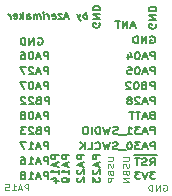
<source format=gbo>
G04 #@! TF.GenerationSoftware,KiCad,Pcbnew,(5.0.1-3-g963ef8bb5)*
G04 #@! TF.CreationDate,2019-02-27T23:12:09+01:00*
G04 #@! TF.ProjectId,TLM-v1,544C4D2D76312E6B696361645F706362,1.0*
G04 #@! TF.SameCoordinates,Original*
G04 #@! TF.FileFunction,Legend,Bot*
G04 #@! TF.FilePolarity,Positive*
%FSLAX46Y46*%
G04 Gerber Fmt 4.6, Leading zero omitted, Abs format (unit mm)*
G04 Created by KiCad (PCBNEW (5.0.1-3-g963ef8bb5)) date 2019 February 27, Wednesday 23:12:09*
%MOMM*%
%LPD*%
G01*
G04 APERTURE LIST*
%ADD10C,0.137500*%
%ADD11C,0.150000*%
%ADD12C,0.125000*%
G04 APERTURE END LIST*
D10*
X136210412Y-74368809D02*
X136141662Y-73818809D01*
X136167853Y-74028333D02*
X136102674Y-74002142D01*
X135978865Y-74002142D01*
X135920234Y-74028333D01*
X135892555Y-74054523D01*
X135868151Y-74106904D01*
X135887793Y-74264047D01*
X135925293Y-74316428D01*
X135959520Y-74342619D01*
X136024698Y-74368809D01*
X136148508Y-74368809D01*
X136207139Y-74342619D01*
X135638389Y-74002142D02*
X135529460Y-74368809D01*
X135328865Y-74002142D02*
X135529460Y-74368809D01*
X135607734Y-74499761D01*
X135641960Y-74525952D01*
X135707139Y-74552142D01*
X134643151Y-74211666D02*
X134333627Y-74211666D01*
X134724698Y-74368809D02*
X134439281Y-73818809D01*
X134291365Y-74368809D01*
X134090770Y-74002142D02*
X133750293Y-74002142D01*
X134136603Y-74368809D01*
X133796127Y-74368809D01*
X133297615Y-74342619D02*
X133362793Y-74368809D01*
X133486603Y-74368809D01*
X133545234Y-74342619D01*
X133569639Y-74290238D01*
X133543448Y-74080714D01*
X133505948Y-74028333D01*
X133440770Y-74002142D01*
X133316960Y-74002142D01*
X133258329Y-74028333D01*
X133233924Y-74080714D01*
X133240472Y-74133095D01*
X133556543Y-74185476D01*
X132991365Y-74368809D02*
X132945531Y-74002142D01*
X132958627Y-74106904D02*
X132921127Y-74054523D01*
X132886901Y-74028333D01*
X132821722Y-74002142D01*
X132759817Y-74002142D01*
X132588984Y-74368809D02*
X132543151Y-74002142D01*
X132520234Y-73818809D02*
X132554460Y-73845000D01*
X132526781Y-73871190D01*
X132492555Y-73845000D01*
X132520234Y-73818809D01*
X132526781Y-73871190D01*
X132279460Y-74368809D02*
X132233627Y-74002142D01*
X132240174Y-74054523D02*
X132205948Y-74028333D01*
X132140770Y-74002142D01*
X132047912Y-74002142D01*
X131989281Y-74028333D01*
X131964877Y-74080714D01*
X132000889Y-74368809D01*
X131964877Y-74080714D02*
X131927377Y-74028333D01*
X131862198Y-74002142D01*
X131769341Y-74002142D01*
X131710710Y-74028333D01*
X131686305Y-74080714D01*
X131722317Y-74368809D01*
X131134222Y-74368809D02*
X131098210Y-74080714D01*
X131122615Y-74028333D01*
X131181246Y-74002142D01*
X131305055Y-74002142D01*
X131370234Y-74028333D01*
X131130948Y-74342619D02*
X131196127Y-74368809D01*
X131350889Y-74368809D01*
X131409520Y-74342619D01*
X131433924Y-74290238D01*
X131427377Y-74237857D01*
X131389877Y-74185476D01*
X131324698Y-74159285D01*
X131169936Y-74159285D01*
X131104758Y-74133095D01*
X130824698Y-74368809D02*
X130755948Y-73818809D01*
X130736603Y-74159285D02*
X130577079Y-74368809D01*
X130531246Y-74002142D02*
X130805055Y-74211666D01*
X130047615Y-74342619D02*
X130112793Y-74368809D01*
X130236603Y-74368809D01*
X130295234Y-74342619D01*
X130319639Y-74290238D01*
X130293448Y-74080714D01*
X130255948Y-74028333D01*
X130190770Y-74002142D01*
X130066960Y-74002142D01*
X130008329Y-74028333D01*
X129983924Y-74080714D01*
X129990472Y-74133095D01*
X130306543Y-74185476D01*
X129741365Y-74368809D02*
X129695531Y-74002142D01*
X129708627Y-74106904D02*
X129671127Y-74054523D01*
X129636901Y-74028333D01*
X129571722Y-74002142D01*
X129509817Y-74002142D01*
D11*
X133799228Y-85895800D02*
X133199228Y-85895800D01*
X133199228Y-86162466D01*
X133227800Y-86229133D01*
X133256371Y-86262466D01*
X133313514Y-86295800D01*
X133399228Y-86295800D01*
X133456371Y-86262466D01*
X133484942Y-86229133D01*
X133513514Y-86162466D01*
X133513514Y-85895800D01*
X133627800Y-86562466D02*
X133627800Y-86895800D01*
X133799228Y-86495800D02*
X133199228Y-86729133D01*
X133799228Y-86962466D01*
X133799228Y-87562466D02*
X133799228Y-87162466D01*
X133799228Y-87362466D02*
X133199228Y-87362466D01*
X133284942Y-87295800D01*
X133342085Y-87229133D01*
X133370657Y-87162466D01*
X133399228Y-88162466D02*
X133799228Y-88162466D01*
X133170657Y-87995800D02*
X133599228Y-87829133D01*
X133599228Y-88262466D01*
D12*
X131255714Y-88916190D02*
X131255714Y-88416190D01*
X131027142Y-88416190D01*
X130970000Y-88440000D01*
X130941428Y-88463809D01*
X130912857Y-88511428D01*
X130912857Y-88582857D01*
X130941428Y-88630476D01*
X130970000Y-88654285D01*
X131027142Y-88678095D01*
X131255714Y-88678095D01*
X130684285Y-88773333D02*
X130398571Y-88773333D01*
X130741428Y-88916190D02*
X130541428Y-88416190D01*
X130341428Y-88916190D01*
X129827142Y-88916190D02*
X130170000Y-88916190D01*
X129998571Y-88916190D02*
X129998571Y-88416190D01*
X130055714Y-88487619D01*
X130112857Y-88535238D01*
X130170000Y-88559047D01*
X129284285Y-88416190D02*
X129570000Y-88416190D01*
X129598571Y-88654285D01*
X129570000Y-88630476D01*
X129512857Y-88606666D01*
X129370000Y-88606666D01*
X129312857Y-88630476D01*
X129284285Y-88654285D01*
X129255714Y-88701904D01*
X129255714Y-88820952D01*
X129284285Y-88868571D01*
X129312857Y-88892380D01*
X129370000Y-88916190D01*
X129512857Y-88916190D01*
X129570000Y-88892380D01*
X129598571Y-88868571D01*
D11*
X134713628Y-85895800D02*
X134113628Y-85895800D01*
X134113628Y-86162466D01*
X134142200Y-86229133D01*
X134170771Y-86262466D01*
X134227914Y-86295800D01*
X134313628Y-86295800D01*
X134370771Y-86262466D01*
X134399342Y-86229133D01*
X134427914Y-86162466D01*
X134427914Y-85895800D01*
X134542200Y-86562466D02*
X134542200Y-86895800D01*
X134713628Y-86495800D02*
X134113628Y-86729133D01*
X134713628Y-86962466D01*
X134713628Y-87562466D02*
X134713628Y-87162466D01*
X134713628Y-87362466D02*
X134113628Y-87362466D01*
X134199342Y-87295800D01*
X134256485Y-87229133D01*
X134285057Y-87162466D01*
X134713628Y-87895800D02*
X134713628Y-88029133D01*
X134685057Y-88095800D01*
X134656485Y-88129133D01*
X134570771Y-88195800D01*
X134456485Y-88229133D01*
X134227914Y-88229133D01*
X134170771Y-88195800D01*
X134142200Y-88162466D01*
X134113628Y-88095800D01*
X134113628Y-87962466D01*
X134142200Y-87895800D01*
X134170771Y-87862466D01*
X134227914Y-87829133D01*
X134370771Y-87829133D01*
X134427914Y-87862466D01*
X134456485Y-87895800D01*
X134485057Y-87962466D01*
X134485057Y-88095800D01*
X134456485Y-88162466D01*
X134427914Y-88195800D01*
X134370771Y-88229133D01*
X135983628Y-85895800D02*
X135383628Y-85895800D01*
X135383628Y-86162466D01*
X135412200Y-86229133D01*
X135440771Y-86262466D01*
X135497914Y-86295800D01*
X135583628Y-86295800D01*
X135640771Y-86262466D01*
X135669342Y-86229133D01*
X135697914Y-86162466D01*
X135697914Y-85895800D01*
X135812200Y-86562466D02*
X135812200Y-86895800D01*
X135983628Y-86495800D02*
X135383628Y-86729133D01*
X135983628Y-86962466D01*
X135440771Y-87162466D02*
X135412200Y-87195800D01*
X135383628Y-87262466D01*
X135383628Y-87429133D01*
X135412200Y-87495800D01*
X135440771Y-87529133D01*
X135497914Y-87562466D01*
X135555057Y-87562466D01*
X135640771Y-87529133D01*
X135983628Y-87129133D01*
X135983628Y-87562466D01*
X135440771Y-87829133D02*
X135412200Y-87862466D01*
X135383628Y-87929133D01*
X135383628Y-88095800D01*
X135412200Y-88162466D01*
X135440771Y-88195800D01*
X135497914Y-88229133D01*
X135555057Y-88229133D01*
X135640771Y-88195800D01*
X135983628Y-87795800D01*
X135983628Y-88229133D01*
X137279028Y-85895800D02*
X136679028Y-85895800D01*
X136679028Y-86162466D01*
X136707600Y-86229133D01*
X136736171Y-86262466D01*
X136793314Y-86295800D01*
X136879028Y-86295800D01*
X136936171Y-86262466D01*
X136964742Y-86229133D01*
X136993314Y-86162466D01*
X136993314Y-85895800D01*
X137107600Y-86562466D02*
X137107600Y-86895800D01*
X137279028Y-86495800D02*
X136679028Y-86729133D01*
X137279028Y-86962466D01*
X136736171Y-87162466D02*
X136707600Y-87195800D01*
X136679028Y-87262466D01*
X136679028Y-87429133D01*
X136707600Y-87495800D01*
X136736171Y-87529133D01*
X136793314Y-87562466D01*
X136850457Y-87562466D01*
X136936171Y-87529133D01*
X137279028Y-87129133D01*
X137279028Y-87562466D01*
X136679028Y-87795800D02*
X136679028Y-88229133D01*
X136907600Y-87995800D01*
X136907600Y-88095800D01*
X136936171Y-88162466D01*
X136964742Y-88195800D01*
X137021885Y-88229133D01*
X137164742Y-88229133D01*
X137221885Y-88195800D01*
X137250457Y-88162466D01*
X137279028Y-88095800D01*
X137279028Y-87895800D01*
X137250457Y-87829133D01*
X137221885Y-87795800D01*
D12*
X137952990Y-86064857D02*
X138357752Y-86064857D01*
X138405371Y-86093428D01*
X138429180Y-86122000D01*
X138452990Y-86179142D01*
X138452990Y-86293428D01*
X138429180Y-86350571D01*
X138405371Y-86379142D01*
X138357752Y-86407714D01*
X137952990Y-86407714D01*
X138429180Y-86664857D02*
X138452990Y-86750571D01*
X138452990Y-86893428D01*
X138429180Y-86950571D01*
X138405371Y-86979142D01*
X138357752Y-87007714D01*
X138310133Y-87007714D01*
X138262514Y-86979142D01*
X138238704Y-86950571D01*
X138214895Y-86893428D01*
X138191085Y-86779142D01*
X138167276Y-86722000D01*
X138143466Y-86693428D01*
X138095847Y-86664857D01*
X138048228Y-86664857D01*
X138000609Y-86693428D01*
X137976800Y-86722000D01*
X137952990Y-86779142D01*
X137952990Y-86922000D01*
X137976800Y-87007714D01*
X138191085Y-87464857D02*
X138214895Y-87550571D01*
X138238704Y-87579142D01*
X138286323Y-87607714D01*
X138357752Y-87607714D01*
X138405371Y-87579142D01*
X138429180Y-87550571D01*
X138452990Y-87493428D01*
X138452990Y-87264857D01*
X137952990Y-87264857D01*
X137952990Y-87464857D01*
X137976800Y-87522000D01*
X138000609Y-87550571D01*
X138048228Y-87579142D01*
X138095847Y-87579142D01*
X138143466Y-87550571D01*
X138167276Y-87522000D01*
X138191085Y-87464857D01*
X138191085Y-87264857D01*
X138452990Y-87864857D02*
X137952990Y-87864857D01*
X137952990Y-88093428D01*
X137976800Y-88150571D01*
X138000609Y-88179142D01*
X138048228Y-88207714D01*
X138119657Y-88207714D01*
X138167276Y-88179142D01*
X138191085Y-88150571D01*
X138214895Y-88093428D01*
X138214895Y-87864857D01*
X139273790Y-86050571D02*
X139678552Y-86050571D01*
X139726171Y-86079142D01*
X139749980Y-86107714D01*
X139773790Y-86164857D01*
X139773790Y-86279142D01*
X139749980Y-86336285D01*
X139726171Y-86364857D01*
X139678552Y-86393428D01*
X139273790Y-86393428D01*
X139749980Y-86650571D02*
X139773790Y-86736285D01*
X139773790Y-86879142D01*
X139749980Y-86936285D01*
X139726171Y-86964857D01*
X139678552Y-86993428D01*
X139630933Y-86993428D01*
X139583314Y-86964857D01*
X139559504Y-86936285D01*
X139535695Y-86879142D01*
X139511885Y-86764857D01*
X139488076Y-86707714D01*
X139464266Y-86679142D01*
X139416647Y-86650571D01*
X139369028Y-86650571D01*
X139321409Y-86679142D01*
X139297600Y-86707714D01*
X139273790Y-86764857D01*
X139273790Y-86907714D01*
X139297600Y-86993428D01*
X139511885Y-87450571D02*
X139535695Y-87536285D01*
X139559504Y-87564857D01*
X139607123Y-87593428D01*
X139678552Y-87593428D01*
X139726171Y-87564857D01*
X139749980Y-87536285D01*
X139773790Y-87479142D01*
X139773790Y-87250571D01*
X139273790Y-87250571D01*
X139273790Y-87450571D01*
X139297600Y-87507714D01*
X139321409Y-87536285D01*
X139369028Y-87564857D01*
X139416647Y-87564857D01*
X139464266Y-87536285D01*
X139488076Y-87507714D01*
X139511885Y-87450571D01*
X139511885Y-87250571D01*
X139773790Y-87850571D02*
X139273790Y-87850571D01*
X139773790Y-88193428D01*
X139273790Y-88193428D01*
D11*
X137256800Y-74752133D02*
X137285371Y-74818800D01*
X137285371Y-74918800D01*
X137256800Y-75018800D01*
X137199657Y-75085466D01*
X137142514Y-75118800D01*
X137028228Y-75152133D01*
X136942514Y-75152133D01*
X136828228Y-75118800D01*
X136771085Y-75085466D01*
X136713942Y-75018800D01*
X136685371Y-74918800D01*
X136685371Y-74852133D01*
X136713942Y-74752133D01*
X136742514Y-74718800D01*
X136942514Y-74718800D01*
X136942514Y-74852133D01*
X136685371Y-74418800D02*
X137285371Y-74418800D01*
X136685371Y-74018800D01*
X137285371Y-74018800D01*
X136685371Y-73685466D02*
X137285371Y-73685466D01*
X137285371Y-73518800D01*
X137256800Y-73418800D01*
X137199657Y-73352133D01*
X137142514Y-73318800D01*
X137028228Y-73285466D01*
X136942514Y-73285466D01*
X136828228Y-73318800D01*
X136771085Y-73352133D01*
X136713942Y-73418800D01*
X136685371Y-73518800D01*
X136685371Y-73685466D01*
X142032000Y-74828333D02*
X142060571Y-74895000D01*
X142060571Y-74995000D01*
X142032000Y-75095000D01*
X141974857Y-75161666D01*
X141917714Y-75195000D01*
X141803428Y-75228333D01*
X141717714Y-75228333D01*
X141603428Y-75195000D01*
X141546285Y-75161666D01*
X141489142Y-75095000D01*
X141460571Y-74995000D01*
X141460571Y-74928333D01*
X141489142Y-74828333D01*
X141517714Y-74795000D01*
X141717714Y-74795000D01*
X141717714Y-74928333D01*
X141460571Y-74495000D02*
X142060571Y-74495000D01*
X141460571Y-74095000D01*
X142060571Y-74095000D01*
X141460571Y-73761666D02*
X142060571Y-73761666D01*
X142060571Y-73595000D01*
X142032000Y-73495000D01*
X141974857Y-73428333D01*
X141917714Y-73395000D01*
X141803428Y-73361666D01*
X141717714Y-73361666D01*
X141603428Y-73395000D01*
X141546285Y-73428333D01*
X141489142Y-73495000D01*
X141460571Y-73595000D01*
X141460571Y-73761666D01*
D12*
X142657142Y-88460000D02*
X142714285Y-88436190D01*
X142800000Y-88436190D01*
X142885714Y-88460000D01*
X142942857Y-88507619D01*
X142971428Y-88555238D01*
X143000000Y-88650476D01*
X143000000Y-88721904D01*
X142971428Y-88817142D01*
X142942857Y-88864761D01*
X142885714Y-88912380D01*
X142800000Y-88936190D01*
X142742857Y-88936190D01*
X142657142Y-88912380D01*
X142628571Y-88888571D01*
X142628571Y-88721904D01*
X142742857Y-88721904D01*
X142371428Y-88936190D02*
X142371428Y-88436190D01*
X142028571Y-88936190D01*
X142028571Y-88436190D01*
X141742857Y-88936190D02*
X141742857Y-88436190D01*
X141600000Y-88436190D01*
X141514285Y-88460000D01*
X141457142Y-88507619D01*
X141428571Y-88555238D01*
X141400000Y-88650476D01*
X141400000Y-88721904D01*
X141428571Y-88817142D01*
X141457142Y-88864761D01*
X141514285Y-88912380D01*
X141600000Y-88936190D01*
X141742857Y-88936190D01*
D11*
X140271400Y-75004600D02*
X139938066Y-75004600D01*
X140338066Y-75176028D02*
X140104733Y-74576028D01*
X139871400Y-75176028D01*
X139638066Y-75176028D02*
X139638066Y-74576028D01*
X139238066Y-75176028D01*
X139238066Y-74576028D01*
X139004733Y-74576028D02*
X138604733Y-74576028D01*
X138804733Y-75176028D02*
X138804733Y-74576028D01*
X142008066Y-87331428D02*
X141574733Y-87331428D01*
X141808066Y-87560000D01*
X141708066Y-87560000D01*
X141641400Y-87588571D01*
X141608066Y-87617142D01*
X141574733Y-87674285D01*
X141574733Y-87817142D01*
X141608066Y-87874285D01*
X141641400Y-87902857D01*
X141708066Y-87931428D01*
X141908066Y-87931428D01*
X141974733Y-87902857D01*
X142008066Y-87874285D01*
X141374733Y-87331428D02*
X141141400Y-87931428D01*
X140908066Y-87331428D01*
X140741400Y-87331428D02*
X140308066Y-87331428D01*
X140541400Y-87560000D01*
X140441400Y-87560000D01*
X140374733Y-87588571D01*
X140341400Y-87617142D01*
X140308066Y-87674285D01*
X140308066Y-87817142D01*
X140341400Y-87874285D01*
X140374733Y-87902857D01*
X140441400Y-87931428D01*
X140641400Y-87931428D01*
X140708066Y-87902857D01*
X140741400Y-87874285D01*
X142108067Y-85893000D02*
X141408067Y-85893000D01*
X141541400Y-86791428D02*
X141774733Y-86505714D01*
X141941400Y-86791428D02*
X141941400Y-86191428D01*
X141674733Y-86191428D01*
X141608067Y-86220000D01*
X141574733Y-86248571D01*
X141541400Y-86305714D01*
X141541400Y-86391428D01*
X141574733Y-86448571D01*
X141608067Y-86477142D01*
X141674733Y-86505714D01*
X141941400Y-86505714D01*
X141408067Y-85893000D02*
X140741400Y-85893000D01*
X141274733Y-86762857D02*
X141174733Y-86791428D01*
X141008067Y-86791428D01*
X140941400Y-86762857D01*
X140908067Y-86734285D01*
X140874733Y-86677142D01*
X140874733Y-86620000D01*
X140908067Y-86562857D01*
X140941400Y-86534285D01*
X141008067Y-86505714D01*
X141141400Y-86477142D01*
X141208067Y-86448571D01*
X141241400Y-86420000D01*
X141274733Y-86362857D01*
X141274733Y-86305714D01*
X141241400Y-86248571D01*
X141208067Y-86220000D01*
X141141400Y-86191428D01*
X140974733Y-86191428D01*
X140874733Y-86220000D01*
X140741400Y-85893000D02*
X140208067Y-85893000D01*
X140674733Y-86191428D02*
X140274733Y-86191428D01*
X140474733Y-86791428D02*
X140474733Y-86191428D01*
X141941400Y-85441428D02*
X141941400Y-84841428D01*
X141674733Y-84841428D01*
X141608067Y-84870000D01*
X141574733Y-84898571D01*
X141541400Y-84955714D01*
X141541400Y-85041428D01*
X141574733Y-85098571D01*
X141608067Y-85127142D01*
X141674733Y-85155714D01*
X141941400Y-85155714D01*
X141274733Y-85270000D02*
X140941400Y-85270000D01*
X141341400Y-85441428D02*
X141108067Y-84841428D01*
X140874733Y-85441428D01*
X140708067Y-84841428D02*
X140274733Y-84841428D01*
X140508067Y-85070000D01*
X140408067Y-85070000D01*
X140341400Y-85098571D01*
X140308067Y-85127142D01*
X140274733Y-85184285D01*
X140274733Y-85327142D01*
X140308067Y-85384285D01*
X140341400Y-85412857D01*
X140408067Y-85441428D01*
X140608067Y-85441428D01*
X140674733Y-85412857D01*
X140708067Y-85384285D01*
X139841400Y-84841428D02*
X139774733Y-84841428D01*
X139708067Y-84870000D01*
X139674733Y-84898571D01*
X139641400Y-84955714D01*
X139608067Y-85070000D01*
X139608067Y-85212857D01*
X139641400Y-85327142D01*
X139674733Y-85384285D01*
X139708067Y-85412857D01*
X139774733Y-85441428D01*
X139841400Y-85441428D01*
X139908067Y-85412857D01*
X139941400Y-85384285D01*
X139974733Y-85327142D01*
X140008067Y-85212857D01*
X140008067Y-85070000D01*
X139974733Y-84955714D01*
X139941400Y-84898571D01*
X139908067Y-84870000D01*
X139841400Y-84841428D01*
X139474733Y-85498571D02*
X138941400Y-85498571D01*
X138808067Y-85412857D02*
X138708067Y-85441428D01*
X138541400Y-85441428D01*
X138474733Y-85412857D01*
X138441400Y-85384285D01*
X138408067Y-85327142D01*
X138408067Y-85270000D01*
X138441400Y-85212857D01*
X138474733Y-85184285D01*
X138541400Y-85155714D01*
X138674733Y-85127142D01*
X138741400Y-85098571D01*
X138774733Y-85070000D01*
X138808067Y-85012857D01*
X138808067Y-84955714D01*
X138774733Y-84898571D01*
X138741400Y-84870000D01*
X138674733Y-84841428D01*
X138508067Y-84841428D01*
X138408067Y-84870000D01*
X138174733Y-84841428D02*
X138008067Y-85441428D01*
X137874733Y-85012857D01*
X137741400Y-85441428D01*
X137574733Y-84841428D01*
X136908067Y-85384285D02*
X136941400Y-85412857D01*
X137041400Y-85441428D01*
X137108067Y-85441428D01*
X137208067Y-85412857D01*
X137274733Y-85355714D01*
X137308067Y-85298571D01*
X137341400Y-85184285D01*
X137341400Y-85098571D01*
X137308067Y-84984285D01*
X137274733Y-84927142D01*
X137208067Y-84870000D01*
X137108067Y-84841428D01*
X137041400Y-84841428D01*
X136941400Y-84870000D01*
X136908067Y-84898571D01*
X136274733Y-85441428D02*
X136608067Y-85441428D01*
X136608067Y-84841428D01*
X136041400Y-85441428D02*
X136041400Y-84841428D01*
X135641400Y-85441428D02*
X135941400Y-85098571D01*
X135641400Y-84841428D02*
X136041400Y-85184285D01*
X141941400Y-84131428D02*
X141941400Y-83531428D01*
X141674733Y-83531428D01*
X141608067Y-83560000D01*
X141574733Y-83588571D01*
X141541400Y-83645714D01*
X141541400Y-83731428D01*
X141574733Y-83788571D01*
X141608067Y-83817142D01*
X141674733Y-83845714D01*
X141941400Y-83845714D01*
X141274733Y-83960000D02*
X140941400Y-83960000D01*
X141341400Y-84131428D02*
X141108067Y-83531428D01*
X140874733Y-84131428D01*
X140708067Y-83531428D02*
X140274733Y-83531428D01*
X140508067Y-83760000D01*
X140408067Y-83760000D01*
X140341400Y-83788571D01*
X140308067Y-83817142D01*
X140274733Y-83874285D01*
X140274733Y-84017142D01*
X140308067Y-84074285D01*
X140341400Y-84102857D01*
X140408067Y-84131428D01*
X140608067Y-84131428D01*
X140674733Y-84102857D01*
X140708067Y-84074285D01*
X139608067Y-84131428D02*
X140008067Y-84131428D01*
X139808067Y-84131428D02*
X139808067Y-83531428D01*
X139874733Y-83617142D01*
X139941400Y-83674285D01*
X140008067Y-83702857D01*
X139474733Y-84188571D02*
X138941400Y-84188571D01*
X138808067Y-84102857D02*
X138708067Y-84131428D01*
X138541400Y-84131428D01*
X138474733Y-84102857D01*
X138441400Y-84074285D01*
X138408067Y-84017142D01*
X138408067Y-83960000D01*
X138441400Y-83902857D01*
X138474733Y-83874285D01*
X138541400Y-83845714D01*
X138674733Y-83817142D01*
X138741400Y-83788571D01*
X138774733Y-83760000D01*
X138808067Y-83702857D01*
X138808067Y-83645714D01*
X138774733Y-83588571D01*
X138741400Y-83560000D01*
X138674733Y-83531428D01*
X138508067Y-83531428D01*
X138408067Y-83560000D01*
X138174733Y-83531428D02*
X138008067Y-84131428D01*
X137874733Y-83702857D01*
X137741400Y-84131428D01*
X137574733Y-83531428D01*
X137308067Y-84131428D02*
X137308067Y-83531428D01*
X137141400Y-83531428D01*
X137041400Y-83560000D01*
X136974733Y-83617142D01*
X136941400Y-83674285D01*
X136908067Y-83788571D01*
X136908067Y-83874285D01*
X136941400Y-83988571D01*
X136974733Y-84045714D01*
X137041400Y-84102857D01*
X137141400Y-84131428D01*
X137308067Y-84131428D01*
X136608067Y-84131428D02*
X136608067Y-83531428D01*
X136141400Y-83531428D02*
X136008067Y-83531428D01*
X135941400Y-83560000D01*
X135874733Y-83617142D01*
X135841400Y-83731428D01*
X135841400Y-83931428D01*
X135874733Y-84045714D01*
X135941400Y-84102857D01*
X136008067Y-84131428D01*
X136141400Y-84131428D01*
X136208067Y-84102857D01*
X136274733Y-84045714D01*
X136308067Y-83931428D01*
X136308067Y-83731428D01*
X136274733Y-83617142D01*
X136208067Y-83560000D01*
X136141400Y-83531428D01*
X141708066Y-82537142D02*
X141608066Y-82565714D01*
X141574733Y-82594285D01*
X141541399Y-82651428D01*
X141541399Y-82737142D01*
X141574733Y-82794285D01*
X141608066Y-82822857D01*
X141674733Y-82851428D01*
X141941399Y-82851428D01*
X141941399Y-82251428D01*
X141708066Y-82251428D01*
X141641399Y-82280000D01*
X141608066Y-82308571D01*
X141574733Y-82365714D01*
X141574733Y-82422857D01*
X141608066Y-82480000D01*
X141641399Y-82508571D01*
X141708066Y-82537142D01*
X141941399Y-82537142D01*
X141274733Y-82680000D02*
X140941399Y-82680000D01*
X141341399Y-82851428D02*
X141108066Y-82251428D01*
X140874733Y-82851428D01*
X140741399Y-82251428D02*
X140341399Y-82251428D01*
X140541399Y-82851428D02*
X140541399Y-82251428D01*
X140208066Y-82251428D02*
X139808066Y-82251428D01*
X140008066Y-82851428D02*
X140008066Y-82251428D01*
X141941400Y-81601428D02*
X141941400Y-81001428D01*
X141674733Y-81001428D01*
X141608066Y-81030000D01*
X141574733Y-81058571D01*
X141541400Y-81115714D01*
X141541400Y-81201428D01*
X141574733Y-81258571D01*
X141608066Y-81287142D01*
X141674733Y-81315714D01*
X141941400Y-81315714D01*
X141274733Y-81430000D02*
X140941400Y-81430000D01*
X141341400Y-81601428D02*
X141108066Y-81001428D01*
X140874733Y-81601428D01*
X140674733Y-81058571D02*
X140641400Y-81030000D01*
X140574733Y-81001428D01*
X140408066Y-81001428D01*
X140341400Y-81030000D01*
X140308066Y-81058571D01*
X140274733Y-81115714D01*
X140274733Y-81172857D01*
X140308066Y-81258571D01*
X140708066Y-81601428D01*
X140274733Y-81601428D01*
X139874733Y-81258571D02*
X139941400Y-81230000D01*
X139974733Y-81201428D01*
X140008066Y-81144285D01*
X140008066Y-81115714D01*
X139974733Y-81058571D01*
X139941400Y-81030000D01*
X139874733Y-81001428D01*
X139741400Y-81001428D01*
X139674733Y-81030000D01*
X139641400Y-81058571D01*
X139608066Y-81115714D01*
X139608066Y-81144285D01*
X139641400Y-81201428D01*
X139674733Y-81230000D01*
X139741400Y-81258571D01*
X139874733Y-81258571D01*
X139941400Y-81287142D01*
X139974733Y-81315714D01*
X140008066Y-81372857D01*
X140008066Y-81487142D01*
X139974733Y-81544285D01*
X139941400Y-81572857D01*
X139874733Y-81601428D01*
X139741400Y-81601428D01*
X139674733Y-81572857D01*
X139641400Y-81544285D01*
X139608066Y-81487142D01*
X139608066Y-81372857D01*
X139641400Y-81315714D01*
X139674733Y-81287142D01*
X139741400Y-81258571D01*
X141941400Y-80331428D02*
X141941400Y-79731428D01*
X141674733Y-79731428D01*
X141608066Y-79760000D01*
X141574733Y-79788571D01*
X141541400Y-79845714D01*
X141541400Y-79931428D01*
X141574733Y-79988571D01*
X141608066Y-80017142D01*
X141674733Y-80045714D01*
X141941400Y-80045714D01*
X141008066Y-80017142D02*
X140908066Y-80045714D01*
X140874733Y-80074285D01*
X140841400Y-80131428D01*
X140841400Y-80217142D01*
X140874733Y-80274285D01*
X140908066Y-80302857D01*
X140974733Y-80331428D01*
X141241400Y-80331428D01*
X141241400Y-79731428D01*
X141008066Y-79731428D01*
X140941400Y-79760000D01*
X140908066Y-79788571D01*
X140874733Y-79845714D01*
X140874733Y-79902857D01*
X140908066Y-79960000D01*
X140941400Y-79988571D01*
X141008066Y-80017142D01*
X141241400Y-80017142D01*
X140408066Y-79731428D02*
X140341400Y-79731428D01*
X140274733Y-79760000D01*
X140241400Y-79788571D01*
X140208066Y-79845714D01*
X140174733Y-79960000D01*
X140174733Y-80102857D01*
X140208066Y-80217142D01*
X140241400Y-80274285D01*
X140274733Y-80302857D01*
X140341400Y-80331428D01*
X140408066Y-80331428D01*
X140474733Y-80302857D01*
X140508066Y-80274285D01*
X140541400Y-80217142D01*
X140574733Y-80102857D01*
X140574733Y-79960000D01*
X140541400Y-79845714D01*
X140508066Y-79788571D01*
X140474733Y-79760000D01*
X140408066Y-79731428D01*
X139908066Y-79788571D02*
X139874733Y-79760000D01*
X139808066Y-79731428D01*
X139641400Y-79731428D01*
X139574733Y-79760000D01*
X139541400Y-79788571D01*
X139508066Y-79845714D01*
X139508066Y-79902857D01*
X139541400Y-79988571D01*
X139941400Y-80331428D01*
X139508066Y-80331428D01*
X141941400Y-79061428D02*
X141941400Y-78461428D01*
X141674733Y-78461428D01*
X141608066Y-78490000D01*
X141574733Y-78518571D01*
X141541400Y-78575714D01*
X141541400Y-78661428D01*
X141574733Y-78718571D01*
X141608066Y-78747142D01*
X141674733Y-78775714D01*
X141941400Y-78775714D01*
X141274733Y-78890000D02*
X140941400Y-78890000D01*
X141341400Y-79061428D02*
X141108066Y-78461428D01*
X140874733Y-79061428D01*
X140508066Y-78461428D02*
X140441400Y-78461428D01*
X140374733Y-78490000D01*
X140341400Y-78518571D01*
X140308066Y-78575714D01*
X140274733Y-78690000D01*
X140274733Y-78832857D01*
X140308066Y-78947142D01*
X140341400Y-79004285D01*
X140374733Y-79032857D01*
X140441400Y-79061428D01*
X140508066Y-79061428D01*
X140574733Y-79032857D01*
X140608066Y-79004285D01*
X140641400Y-78947142D01*
X140674733Y-78832857D01*
X140674733Y-78690000D01*
X140641400Y-78575714D01*
X140608066Y-78518571D01*
X140574733Y-78490000D01*
X140508066Y-78461428D01*
X139641400Y-78461428D02*
X139974733Y-78461428D01*
X140008066Y-78747142D01*
X139974733Y-78718571D01*
X139908066Y-78690000D01*
X139741400Y-78690000D01*
X139674733Y-78718571D01*
X139641400Y-78747142D01*
X139608066Y-78804285D01*
X139608066Y-78947142D01*
X139641400Y-79004285D01*
X139674733Y-79032857D01*
X139741400Y-79061428D01*
X139908066Y-79061428D01*
X139974733Y-79032857D01*
X140008066Y-79004285D01*
X141941400Y-77791428D02*
X141941400Y-77191428D01*
X141674733Y-77191428D01*
X141608066Y-77220000D01*
X141574733Y-77248571D01*
X141541400Y-77305714D01*
X141541400Y-77391428D01*
X141574733Y-77448571D01*
X141608066Y-77477142D01*
X141674733Y-77505714D01*
X141941400Y-77505714D01*
X141274733Y-77620000D02*
X140941400Y-77620000D01*
X141341400Y-77791428D02*
X141108066Y-77191428D01*
X140874733Y-77791428D01*
X140508066Y-77191428D02*
X140441400Y-77191428D01*
X140374733Y-77220000D01*
X140341400Y-77248571D01*
X140308066Y-77305714D01*
X140274733Y-77420000D01*
X140274733Y-77562857D01*
X140308066Y-77677142D01*
X140341400Y-77734285D01*
X140374733Y-77762857D01*
X140441400Y-77791428D01*
X140508066Y-77791428D01*
X140574733Y-77762857D01*
X140608066Y-77734285D01*
X140641400Y-77677142D01*
X140674733Y-77562857D01*
X140674733Y-77420000D01*
X140641400Y-77305714D01*
X140608066Y-77248571D01*
X140574733Y-77220000D01*
X140508066Y-77191428D01*
X139674733Y-77391428D02*
X139674733Y-77791428D01*
X139841400Y-77162857D02*
X140008066Y-77591428D01*
X139574733Y-77591428D01*
X141574733Y-75890000D02*
X141641400Y-75861428D01*
X141741400Y-75861428D01*
X141841400Y-75890000D01*
X141908066Y-75947142D01*
X141941400Y-76004285D01*
X141974733Y-76118571D01*
X141974733Y-76204285D01*
X141941400Y-76318571D01*
X141908066Y-76375714D01*
X141841400Y-76432857D01*
X141741400Y-76461428D01*
X141674733Y-76461428D01*
X141574733Y-76432857D01*
X141541400Y-76404285D01*
X141541400Y-76204285D01*
X141674733Y-76204285D01*
X141241400Y-76461428D02*
X141241400Y-75861428D01*
X140841400Y-76461428D01*
X140841400Y-75861428D01*
X140508066Y-76461428D02*
X140508066Y-75861428D01*
X140341400Y-75861428D01*
X140241400Y-75890000D01*
X140174733Y-75947142D01*
X140141400Y-76004285D01*
X140108066Y-76118571D01*
X140108066Y-76204285D01*
X140141400Y-76318571D01*
X140174733Y-76375714D01*
X140241400Y-76432857D01*
X140341400Y-76461428D01*
X140508066Y-76461428D01*
X132931600Y-87961428D02*
X132931600Y-87361428D01*
X132664933Y-87361428D01*
X132598266Y-87390000D01*
X132564933Y-87418571D01*
X132531600Y-87475714D01*
X132531600Y-87561428D01*
X132564933Y-87618571D01*
X132598266Y-87647142D01*
X132664933Y-87675714D01*
X132931600Y-87675714D01*
X132264933Y-87790000D02*
X131931600Y-87790000D01*
X132331600Y-87961428D02*
X132098266Y-87361428D01*
X131864933Y-87961428D01*
X131264933Y-87961428D02*
X131664933Y-87961428D01*
X131464933Y-87961428D02*
X131464933Y-87361428D01*
X131531600Y-87447142D01*
X131598266Y-87504285D01*
X131664933Y-87532857D01*
X130864933Y-87618571D02*
X130931600Y-87590000D01*
X130964933Y-87561428D01*
X130998266Y-87504285D01*
X130998266Y-87475714D01*
X130964933Y-87418571D01*
X130931600Y-87390000D01*
X130864933Y-87361428D01*
X130731600Y-87361428D01*
X130664933Y-87390000D01*
X130631600Y-87418571D01*
X130598266Y-87475714D01*
X130598266Y-87504285D01*
X130631600Y-87561428D01*
X130664933Y-87590000D01*
X130731600Y-87618571D01*
X130864933Y-87618571D01*
X130931600Y-87647142D01*
X130964933Y-87675714D01*
X130998266Y-87732857D01*
X130998266Y-87847142D01*
X130964933Y-87904285D01*
X130931600Y-87932857D01*
X130864933Y-87961428D01*
X130731600Y-87961428D01*
X130664933Y-87932857D01*
X130631600Y-87904285D01*
X130598266Y-87847142D01*
X130598266Y-87732857D01*
X130631600Y-87675714D01*
X130664933Y-87647142D01*
X130731600Y-87618571D01*
X132931600Y-86691428D02*
X132931600Y-86091428D01*
X132664933Y-86091428D01*
X132598266Y-86120000D01*
X132564933Y-86148571D01*
X132531600Y-86205714D01*
X132531600Y-86291428D01*
X132564933Y-86348571D01*
X132598266Y-86377142D01*
X132664933Y-86405714D01*
X132931600Y-86405714D01*
X132264933Y-86520000D02*
X131931600Y-86520000D01*
X132331600Y-86691428D02*
X132098266Y-86091428D01*
X131864933Y-86691428D01*
X131264933Y-86691428D02*
X131664933Y-86691428D01*
X131464933Y-86691428D02*
X131464933Y-86091428D01*
X131531600Y-86177142D01*
X131598266Y-86234285D01*
X131664933Y-86262857D01*
X130664933Y-86091428D02*
X130798266Y-86091428D01*
X130864933Y-86120000D01*
X130898266Y-86148571D01*
X130964933Y-86234285D01*
X130998266Y-86348571D01*
X130998266Y-86577142D01*
X130964933Y-86634285D01*
X130931600Y-86662857D01*
X130864933Y-86691428D01*
X130731600Y-86691428D01*
X130664933Y-86662857D01*
X130631600Y-86634285D01*
X130598266Y-86577142D01*
X130598266Y-86434285D01*
X130631600Y-86377142D01*
X130664933Y-86348571D01*
X130731600Y-86320000D01*
X130864933Y-86320000D01*
X130931600Y-86348571D01*
X130964933Y-86377142D01*
X130998266Y-86434285D01*
X132931600Y-85421428D02*
X132931600Y-84821428D01*
X132664933Y-84821428D01*
X132598266Y-84850000D01*
X132564933Y-84878571D01*
X132531600Y-84935714D01*
X132531600Y-85021428D01*
X132564933Y-85078571D01*
X132598266Y-85107142D01*
X132664933Y-85135714D01*
X132931600Y-85135714D01*
X132264933Y-85250000D02*
X131931600Y-85250000D01*
X132331600Y-85421428D02*
X132098266Y-84821428D01*
X131864933Y-85421428D01*
X131264933Y-85421428D02*
X131664933Y-85421428D01*
X131464933Y-85421428D02*
X131464933Y-84821428D01*
X131531600Y-84907142D01*
X131598266Y-84964285D01*
X131664933Y-84992857D01*
X131031600Y-84821428D02*
X130564933Y-84821428D01*
X130864933Y-85421428D01*
X133031600Y-84151428D02*
X133031600Y-83551428D01*
X132764933Y-83551428D01*
X132698266Y-83580000D01*
X132664933Y-83608571D01*
X132631600Y-83665714D01*
X132631600Y-83751428D01*
X132664933Y-83808571D01*
X132698266Y-83837142D01*
X132764933Y-83865714D01*
X133031600Y-83865714D01*
X132098266Y-83837142D02*
X131998266Y-83865714D01*
X131964933Y-83894285D01*
X131931600Y-83951428D01*
X131931600Y-84037142D01*
X131964933Y-84094285D01*
X131998266Y-84122857D01*
X132064933Y-84151428D01*
X132331600Y-84151428D01*
X132331600Y-83551428D01*
X132098266Y-83551428D01*
X132031600Y-83580000D01*
X131998266Y-83608571D01*
X131964933Y-83665714D01*
X131964933Y-83722857D01*
X131998266Y-83780000D01*
X132031600Y-83808571D01*
X132098266Y-83837142D01*
X132331600Y-83837142D01*
X131664933Y-83608571D02*
X131631600Y-83580000D01*
X131564933Y-83551428D01*
X131398266Y-83551428D01*
X131331600Y-83580000D01*
X131298266Y-83608571D01*
X131264933Y-83665714D01*
X131264933Y-83722857D01*
X131298266Y-83808571D01*
X131698266Y-84151428D01*
X131264933Y-84151428D01*
X131031600Y-83551428D02*
X130598266Y-83551428D01*
X130831600Y-83780000D01*
X130731600Y-83780000D01*
X130664933Y-83808571D01*
X130631600Y-83837142D01*
X130598266Y-83894285D01*
X130598266Y-84037142D01*
X130631600Y-84094285D01*
X130664933Y-84122857D01*
X130731600Y-84151428D01*
X130931600Y-84151428D01*
X130998266Y-84122857D01*
X131031600Y-84094285D01*
X132931600Y-82881428D02*
X132931600Y-82281428D01*
X132664933Y-82281428D01*
X132598266Y-82310000D01*
X132564933Y-82338571D01*
X132531600Y-82395714D01*
X132531600Y-82481428D01*
X132564933Y-82538571D01*
X132598266Y-82567142D01*
X132664933Y-82595714D01*
X132931600Y-82595714D01*
X132264933Y-82710000D02*
X131931600Y-82710000D01*
X132331600Y-82881428D02*
X132098266Y-82281428D01*
X131864933Y-82881428D01*
X131498266Y-82281428D02*
X131431600Y-82281428D01*
X131364933Y-82310000D01*
X131331600Y-82338571D01*
X131298266Y-82395714D01*
X131264933Y-82510000D01*
X131264933Y-82652857D01*
X131298266Y-82767142D01*
X131331600Y-82824285D01*
X131364933Y-82852857D01*
X131431600Y-82881428D01*
X131498266Y-82881428D01*
X131564933Y-82852857D01*
X131598266Y-82824285D01*
X131631600Y-82767142D01*
X131664933Y-82652857D01*
X131664933Y-82510000D01*
X131631600Y-82395714D01*
X131598266Y-82338571D01*
X131564933Y-82310000D01*
X131498266Y-82281428D01*
X130864933Y-82538571D02*
X130931600Y-82510000D01*
X130964933Y-82481428D01*
X130998266Y-82424285D01*
X130998266Y-82395714D01*
X130964933Y-82338571D01*
X130931600Y-82310000D01*
X130864933Y-82281428D01*
X130731600Y-82281428D01*
X130664933Y-82310000D01*
X130631600Y-82338571D01*
X130598266Y-82395714D01*
X130598266Y-82424285D01*
X130631600Y-82481428D01*
X130664933Y-82510000D01*
X130731600Y-82538571D01*
X130864933Y-82538571D01*
X130931600Y-82567142D01*
X130964933Y-82595714D01*
X130998266Y-82652857D01*
X130998266Y-82767142D01*
X130964933Y-82824285D01*
X130931600Y-82852857D01*
X130864933Y-82881428D01*
X130731600Y-82881428D01*
X130664933Y-82852857D01*
X130631600Y-82824285D01*
X130598266Y-82767142D01*
X130598266Y-82652857D01*
X130631600Y-82595714D01*
X130664933Y-82567142D01*
X130731600Y-82538571D01*
X133031600Y-81611428D02*
X133031600Y-81011428D01*
X132764933Y-81011428D01*
X132698266Y-81040000D01*
X132664933Y-81068571D01*
X132631600Y-81125714D01*
X132631600Y-81211428D01*
X132664933Y-81268571D01*
X132698266Y-81297142D01*
X132764933Y-81325714D01*
X133031600Y-81325714D01*
X132098266Y-81297142D02*
X131998266Y-81325714D01*
X131964933Y-81354285D01*
X131931600Y-81411428D01*
X131931600Y-81497142D01*
X131964933Y-81554285D01*
X131998266Y-81582857D01*
X132064933Y-81611428D01*
X132331600Y-81611428D01*
X132331600Y-81011428D01*
X132098266Y-81011428D01*
X132031600Y-81040000D01*
X131998266Y-81068571D01*
X131964933Y-81125714D01*
X131964933Y-81182857D01*
X131998266Y-81240000D01*
X132031600Y-81268571D01*
X132098266Y-81297142D01*
X132331600Y-81297142D01*
X131664933Y-81068571D02*
X131631600Y-81040000D01*
X131564933Y-81011428D01*
X131398266Y-81011428D01*
X131331600Y-81040000D01*
X131298266Y-81068571D01*
X131264933Y-81125714D01*
X131264933Y-81182857D01*
X131298266Y-81268571D01*
X131698266Y-81611428D01*
X131264933Y-81611428D01*
X130998266Y-81068571D02*
X130964933Y-81040000D01*
X130898266Y-81011428D01*
X130731600Y-81011428D01*
X130664933Y-81040000D01*
X130631600Y-81068571D01*
X130598266Y-81125714D01*
X130598266Y-81182857D01*
X130631600Y-81268571D01*
X131031600Y-81611428D01*
X130598266Y-81611428D01*
X132931600Y-80341428D02*
X132931600Y-79741428D01*
X132664933Y-79741428D01*
X132598266Y-79770000D01*
X132564933Y-79798571D01*
X132531600Y-79855714D01*
X132531600Y-79941428D01*
X132564933Y-79998571D01*
X132598266Y-80027142D01*
X132664933Y-80055714D01*
X132931600Y-80055714D01*
X132264933Y-80170000D02*
X131931600Y-80170000D01*
X132331600Y-80341428D02*
X132098266Y-79741428D01*
X131864933Y-80341428D01*
X131498266Y-79741428D02*
X131431600Y-79741428D01*
X131364933Y-79770000D01*
X131331600Y-79798571D01*
X131298266Y-79855714D01*
X131264933Y-79970000D01*
X131264933Y-80112857D01*
X131298266Y-80227142D01*
X131331600Y-80284285D01*
X131364933Y-80312857D01*
X131431600Y-80341428D01*
X131498266Y-80341428D01*
X131564933Y-80312857D01*
X131598266Y-80284285D01*
X131631600Y-80227142D01*
X131664933Y-80112857D01*
X131664933Y-79970000D01*
X131631600Y-79855714D01*
X131598266Y-79798571D01*
X131564933Y-79770000D01*
X131498266Y-79741428D01*
X131031600Y-79741428D02*
X130564933Y-79741428D01*
X130864933Y-80341428D01*
X132931600Y-79071428D02*
X132931600Y-78471428D01*
X132664933Y-78471428D01*
X132598266Y-78500000D01*
X132564933Y-78528571D01*
X132531600Y-78585714D01*
X132531600Y-78671428D01*
X132564933Y-78728571D01*
X132598266Y-78757142D01*
X132664933Y-78785714D01*
X132931600Y-78785714D01*
X132264933Y-78900000D02*
X131931600Y-78900000D01*
X132331600Y-79071428D02*
X132098266Y-78471428D01*
X131864933Y-79071428D01*
X131664933Y-78528571D02*
X131631600Y-78500000D01*
X131564933Y-78471428D01*
X131398266Y-78471428D01*
X131331600Y-78500000D01*
X131298266Y-78528571D01*
X131264933Y-78585714D01*
X131264933Y-78642857D01*
X131298266Y-78728571D01*
X131698266Y-79071428D01*
X131264933Y-79071428D01*
X131031600Y-78471428D02*
X130564933Y-78471428D01*
X130864933Y-79071428D01*
X132931600Y-77801428D02*
X132931600Y-77201428D01*
X132664933Y-77201428D01*
X132598266Y-77230000D01*
X132564933Y-77258571D01*
X132531600Y-77315714D01*
X132531600Y-77401428D01*
X132564933Y-77458571D01*
X132598266Y-77487142D01*
X132664933Y-77515714D01*
X132931600Y-77515714D01*
X132264933Y-77630000D02*
X131931600Y-77630000D01*
X132331600Y-77801428D02*
X132098266Y-77201428D01*
X131864933Y-77801428D01*
X131498266Y-77201428D02*
X131431600Y-77201428D01*
X131364933Y-77230000D01*
X131331600Y-77258571D01*
X131298266Y-77315714D01*
X131264933Y-77430000D01*
X131264933Y-77572857D01*
X131298266Y-77687142D01*
X131331600Y-77744285D01*
X131364933Y-77772857D01*
X131431600Y-77801428D01*
X131498266Y-77801428D01*
X131564933Y-77772857D01*
X131598266Y-77744285D01*
X131631600Y-77687142D01*
X131664933Y-77572857D01*
X131664933Y-77430000D01*
X131631600Y-77315714D01*
X131598266Y-77258571D01*
X131564933Y-77230000D01*
X131498266Y-77201428D01*
X130664933Y-77201428D02*
X130798266Y-77201428D01*
X130864933Y-77230000D01*
X130898266Y-77258571D01*
X130964933Y-77344285D01*
X130998266Y-77458571D01*
X130998266Y-77687142D01*
X130964933Y-77744285D01*
X130931600Y-77772857D01*
X130864933Y-77801428D01*
X130731600Y-77801428D01*
X130664933Y-77772857D01*
X130631600Y-77744285D01*
X130598266Y-77687142D01*
X130598266Y-77544285D01*
X130631600Y-77487142D01*
X130664933Y-77458571D01*
X130731600Y-77430000D01*
X130864933Y-77430000D01*
X130931600Y-77458571D01*
X130964933Y-77487142D01*
X130998266Y-77544285D01*
X132064933Y-76010000D02*
X132131600Y-75981428D01*
X132231600Y-75981428D01*
X132331600Y-76010000D01*
X132398266Y-76067142D01*
X132431600Y-76124285D01*
X132464933Y-76238571D01*
X132464933Y-76324285D01*
X132431600Y-76438571D01*
X132398266Y-76495714D01*
X132331600Y-76552857D01*
X132231600Y-76581428D01*
X132164933Y-76581428D01*
X132064933Y-76552857D01*
X132031600Y-76524285D01*
X132031600Y-76324285D01*
X132164933Y-76324285D01*
X131731600Y-76581428D02*
X131731600Y-75981428D01*
X131331600Y-76581428D01*
X131331600Y-75981428D01*
X130998266Y-76581428D02*
X130998266Y-75981428D01*
X130831600Y-75981428D01*
X130731600Y-76010000D01*
X130664933Y-76067142D01*
X130631600Y-76124285D01*
X130598266Y-76238571D01*
X130598266Y-76324285D01*
X130631600Y-76438571D01*
X130664933Y-76495714D01*
X130731600Y-76552857D01*
X130831600Y-76581428D01*
X130998266Y-76581428D01*
M02*

</source>
